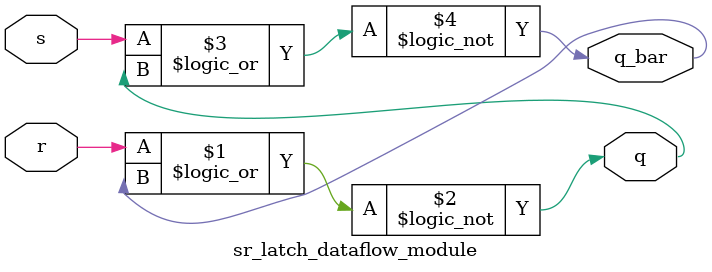
<source format=v>

module sr_latch_dataflow_module (s, r, q, q_bar);
	input s, r;

	output q, q_bar;
	
	wire q_tmp, q_bar_tmp;	

	assign q = !(r || q_bar); //This is a NOR operation.
	assign q_bar = !(s || q); //This is a NOR operation.

endmodule
</source>
